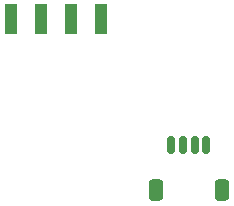
<source format=gbr>
%TF.GenerationSoftware,KiCad,Pcbnew,7.0.6-7.0.6~ubuntu22.04.1*%
%TF.CreationDate,2023-08-02T18:39:05+01:00*%
%TF.ProjectId,working,776f726b-696e-4672-9e6b-696361645f70,rev?*%
%TF.SameCoordinates,Original*%
%TF.FileFunction,Paste,Top*%
%TF.FilePolarity,Positive*%
%FSLAX46Y46*%
G04 Gerber Fmt 4.6, Leading zero omitted, Abs format (unit mm)*
G04 Created by KiCad (PCBNEW 7.0.6-7.0.6~ubuntu22.04.1) date 2023-08-02 18:39:05*
%MOMM*%
%LPD*%
G01*
G04 APERTURE LIST*
G04 Aperture macros list*
%AMRoundRect*
0 Rectangle with rounded corners*
0 $1 Rounding radius*
0 $2 $3 $4 $5 $6 $7 $8 $9 X,Y pos of 4 corners*
0 Add a 4 corners polygon primitive as box body*
4,1,4,$2,$3,$4,$5,$6,$7,$8,$9,$2,$3,0*
0 Add four circle primitives for the rounded corners*
1,1,$1+$1,$2,$3*
1,1,$1+$1,$4,$5*
1,1,$1+$1,$6,$7*
1,1,$1+$1,$8,$9*
0 Add four rect primitives between the rounded corners*
20,1,$1+$1,$2,$3,$4,$5,0*
20,1,$1+$1,$4,$5,$6,$7,0*
20,1,$1+$1,$6,$7,$8,$9,0*
20,1,$1+$1,$8,$9,$2,$3,0*%
G04 Aperture macros list end*
%ADD10RoundRect,0.150000X-0.150000X-0.625000X0.150000X-0.625000X0.150000X0.625000X-0.150000X0.625000X0*%
%ADD11RoundRect,0.250000X-0.350000X-0.650000X0.350000X-0.650000X0.350000X0.650000X-0.350000X0.650000X0*%
%ADD12R,1.000000X2.500000*%
G04 APERTURE END LIST*
D10*
%TO.C,J3*%
X-5540000Y-69215000D03*
X-4540000Y-69215000D03*
X-3540000Y-69215000D03*
X-2540000Y-69215000D03*
D11*
X-6840000Y-73090000D03*
X-1240000Y-73090000D03*
%TD*%
D12*
%TO.C,J1*%
X-11430000Y-58610000D03*
X-13970000Y-58610000D03*
X-16510000Y-58610000D03*
X-19050000Y-58610000D03*
%TD*%
M02*

</source>
